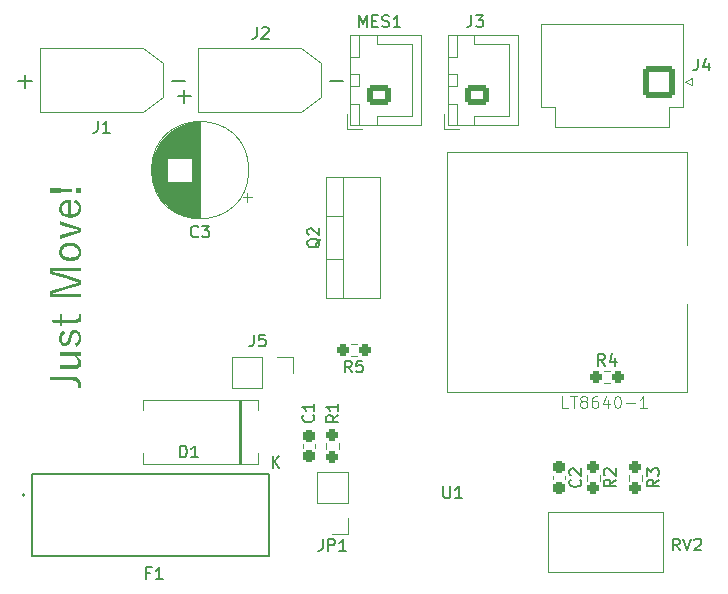
<source format=gbr>
%TF.GenerationSoftware,KiCad,Pcbnew,8.0.5*%
%TF.CreationDate,2024-09-27T00:24:26+09:00*%
%TF.ProjectId,____,fb90fa7f-2e6b-4696-9361-645f70636258,rev?*%
%TF.SameCoordinates,Original*%
%TF.FileFunction,Legend,Top*%
%TF.FilePolarity,Positive*%
%FSLAX46Y46*%
G04 Gerber Fmt 4.6, Leading zero omitted, Abs format (unit mm)*
G04 Created by KiCad (PCBNEW 8.0.5) date 2024-09-27 00:24:26*
%MOMM*%
%LPD*%
G01*
G04 APERTURE LIST*
G04 Aperture macros list*
%AMRoundRect*
0 Rectangle with rounded corners*
0 $1 Rounding radius*
0 $2 $3 $4 $5 $6 $7 $8 $9 X,Y pos of 4 corners*
0 Add a 4 corners polygon primitive as box body*
4,1,4,$2,$3,$4,$5,$6,$7,$8,$9,$2,$3,0*
0 Add four circle primitives for the rounded corners*
1,1,$1+$1,$2,$3*
1,1,$1+$1,$4,$5*
1,1,$1+$1,$6,$7*
1,1,$1+$1,$8,$9*
0 Add four rect primitives between the rounded corners*
20,1,$1+$1,$2,$3,$4,$5,0*
20,1,$1+$1,$4,$5,$6,$7,0*
20,1,$1+$1,$6,$7,$8,$9,0*
20,1,$1+$1,$8,$9,$2,$3,0*%
%AMOutline4P*
0 Free polygon, 4 corners , with rotation*
0 The origin of the aperture is its center*
0 number of corners: always 4*
0 $1 to $8 corner X, Y*
0 $9 Rotation angle, in degrees counterclockwise*
0 create outline with 4 corners*
4,1,4,$1,$2,$3,$4,$5,$6,$7,$8,$1,$2,$9*%
G04 Aperture macros list end*
%ADD10C,0.150000*%
%ADD11C,0.100000*%
%ADD12C,0.120000*%
%ADD13C,0.152400*%
%ADD14R,1.700000X1.700000*%
%ADD15O,1.700000X1.700000*%
%ADD16RoundRect,0.250001X1.099999X1.099999X-1.099999X1.099999X-1.099999X-1.099999X1.099999X-1.099999X0*%
%ADD17C,2.700000*%
%ADD18R,1.600000X1.600000*%
%ADD19C,1.600000*%
%ADD20RoundRect,0.237500X-0.237500X0.250000X-0.237500X-0.250000X0.237500X-0.250000X0.237500X0.250000X0*%
%ADD21C,5.600000*%
%ADD22R,3.800000X3.800000*%
%ADD23C,3.800000*%
%ADD24R,3.200000X3.200000*%
%ADD25O,3.200000X3.200000*%
%ADD26R,2.000000X1.905000*%
%ADD27O,2.000000X1.905000*%
%ADD28Outline4P,-1.500000X-0.600000X1.500000X-0.600000X1.500000X0.600000X-1.500000X0.600000X0.000000*%
%ADD29Outline4P,-2.035000X-0.885000X2.035000X-0.885000X2.035000X0.885000X-2.035000X0.885000X0.000000*%
%ADD30Outline4P,-0.600000X-1.500000X0.600000X-1.500000X0.600000X1.500000X-0.600000X1.500000X0.000000*%
%ADD31Outline4P,-0.885000X-2.035000X0.885000X-2.035000X0.885000X2.035000X-0.885000X2.035000X0.000000*%
%ADD32Outline4P,-0.750000X-0.600000X0.750000X-0.600000X0.750000X0.600000X-0.750000X0.600000X0.000000*%
%ADD33Outline4P,-0.500000X-0.600000X0.500000X-0.600000X0.500000X0.600000X-0.500000X0.600000X0.000000*%
%ADD34RoundRect,0.250000X0.750000X-0.600000X0.750000X0.600000X-0.750000X0.600000X-0.750000X-0.600000X0*%
%ADD35O,2.000000X1.700000*%
%ADD36R,2.108200X2.108200*%
%ADD37C,2.108200*%
%ADD38RoundRect,0.237500X-0.250000X-0.237500X0.250000X-0.237500X0.250000X0.237500X-0.250000X0.237500X0*%
%ADD39C,4.000000*%
%ADD40RoundRect,0.237500X-0.237500X0.300000X-0.237500X-0.300000X0.237500X-0.300000X0.237500X0.300000X0*%
%ADD41C,1.440000*%
%ADD42RoundRect,0.237500X0.237500X-0.250000X0.237500X0.250000X-0.237500X0.250000X-0.237500X-0.250000X0*%
%ADD43RoundRect,0.237500X0.250000X0.237500X-0.250000X0.237500X-0.250000X-0.237500X0.250000X-0.237500X0*%
%ADD44C,1.524000*%
%ADD45R,1.524000X1.524000*%
G04 APERTURE END LIST*
D10*
G36*
X33747637Y-117838242D02*
G01*
X35678377Y-117838242D01*
X35810254Y-117846442D01*
X35947289Y-117876737D01*
X36066208Y-117929356D01*
X36167012Y-118004297D01*
X36227923Y-118071494D01*
X36294631Y-118180839D01*
X36339507Y-118305545D01*
X36361069Y-118429288D01*
X36365921Y-118530060D01*
X36360912Y-118656093D01*
X36353098Y-118774302D01*
X36115572Y-118787736D01*
X36121765Y-118662320D01*
X36123510Y-118545935D01*
X36104791Y-118416248D01*
X36042264Y-118300366D01*
X35990397Y-118248570D01*
X35882835Y-118184570D01*
X35761003Y-118151853D01*
X35644794Y-118143545D01*
X33747637Y-118143545D01*
X33747637Y-117838242D01*
G37*
G36*
X34529214Y-115761567D02*
G01*
X36326842Y-115761567D01*
X36326842Y-116036340D01*
X36014211Y-116036340D01*
X36115021Y-116115576D01*
X36200685Y-116206738D01*
X36271203Y-116309825D01*
X36283489Y-116331874D01*
X36333721Y-116453232D01*
X36360769Y-116577338D01*
X36365921Y-116661602D01*
X36354377Y-116786994D01*
X36314473Y-116907851D01*
X36246066Y-117009269D01*
X36219986Y-117035904D01*
X36115897Y-117109256D01*
X35990018Y-117152160D01*
X35856674Y-117164742D01*
X34529214Y-117164742D01*
X34529214Y-116872872D01*
X35767526Y-116872872D01*
X35903141Y-116858087D01*
X36017344Y-116804983D01*
X36093819Y-116699078D01*
X36115572Y-116563905D01*
X36093950Y-116433907D01*
X36040999Y-116321365D01*
X36002609Y-116264707D01*
X35920750Y-116172229D01*
X35824465Y-116092630D01*
X35752260Y-116046720D01*
X34529214Y-116046720D01*
X34529214Y-115761567D01*
G37*
G36*
X34912676Y-113910817D02*
G01*
X34998161Y-114185590D01*
X34879438Y-114235328D01*
X34779460Y-114316501D01*
X34717569Y-114423624D01*
X34693765Y-114556698D01*
X34693468Y-114575157D01*
X34704974Y-114700895D01*
X34747483Y-114816984D01*
X34775289Y-114856647D01*
X34878043Y-114929061D01*
X34954808Y-114940911D01*
X35075708Y-114919540D01*
X35159972Y-114855426D01*
X35218437Y-114744906D01*
X35258880Y-114621144D01*
X35271713Y-114572104D01*
X35306517Y-114427390D01*
X35343404Y-114293724D01*
X35391498Y-114164934D01*
X35453177Y-114050608D01*
X35514734Y-113976152D01*
X35622725Y-113904990D01*
X35749422Y-113871502D01*
X35835303Y-113866242D01*
X35968804Y-113881553D01*
X36084917Y-113927487D01*
X36183642Y-114004042D01*
X36230976Y-114059805D01*
X36296208Y-114173524D01*
X36336270Y-114291963D01*
X36359463Y-114426736D01*
X36365921Y-114558060D01*
X36358965Y-114690238D01*
X36330710Y-114838232D01*
X36280719Y-114967086D01*
X36208994Y-115076798D01*
X36115534Y-115167370D01*
X36000338Y-115238800D01*
X35920788Y-115272471D01*
X35818817Y-114994034D01*
X35935645Y-114946657D01*
X36041395Y-114870601D01*
X36114246Y-114772164D01*
X36154196Y-114651345D01*
X36162588Y-114551344D01*
X36152750Y-114424201D01*
X36114968Y-114301698D01*
X36061838Y-114224669D01*
X35954762Y-114157371D01*
X35863391Y-114144069D01*
X35738893Y-114162986D01*
X35644183Y-114230164D01*
X35584496Y-114345416D01*
X35542930Y-114469104D01*
X35523893Y-114537300D01*
X35492752Y-114682013D01*
X35455390Y-114810541D01*
X35406895Y-114933960D01*
X35344947Y-115042882D01*
X35283314Y-115113102D01*
X35169830Y-115178635D01*
X35046697Y-115205597D01*
X34976179Y-115208967D01*
X34854372Y-115194719D01*
X34737044Y-115145465D01*
X34638679Y-115061029D01*
X34612868Y-115028838D01*
X34548146Y-114911034D01*
X34510391Y-114785637D01*
X34493132Y-114658764D01*
X34490136Y-114572104D01*
X34500451Y-114423296D01*
X34531399Y-114291332D01*
X34582979Y-114176214D01*
X34672108Y-114060309D01*
X34769078Y-113982251D01*
X34886680Y-113921038D01*
X34912676Y-113910817D01*
G37*
G36*
X33903953Y-112983915D02*
G01*
X34529214Y-112983915D01*
X34529214Y-112554658D01*
X34747812Y-112554658D01*
X34747812Y-112983915D01*
X35855453Y-112983915D01*
X35983146Y-112968383D01*
X36091458Y-112905283D01*
X36142763Y-112793644D01*
X36147323Y-112735398D01*
X36142843Y-112607641D01*
X36131448Y-112510084D01*
X36347602Y-112524128D01*
X36360751Y-112645692D01*
X36365760Y-112772951D01*
X36365921Y-112801954D01*
X36354725Y-112935644D01*
X36311735Y-113066161D01*
X36236501Y-113164049D01*
X36129025Y-113229308D01*
X35989305Y-113261937D01*
X35907355Y-113266016D01*
X34747812Y-113266016D01*
X34747812Y-113557886D01*
X34529214Y-113557886D01*
X34529214Y-113266016D01*
X33966235Y-113266016D01*
X33903953Y-112983915D01*
G37*
G36*
X33747637Y-108586933D02*
G01*
X36326842Y-108586933D01*
X36326842Y-108878803D01*
X34812536Y-108878803D01*
X33997986Y-108871476D01*
X33997986Y-108931926D01*
X34116444Y-108964079D01*
X34256788Y-109002820D01*
X34388546Y-109039951D01*
X34511717Y-109075473D01*
X34648187Y-109115973D01*
X34772293Y-109154155D01*
X34791775Y-109160293D01*
X36326842Y-109648168D01*
X36326842Y-110039568D01*
X34795439Y-110517062D01*
X34670925Y-110556037D01*
X34553057Y-110591575D01*
X34420795Y-110630398D01*
X34373510Y-110644069D01*
X34241962Y-110681735D01*
X34123987Y-110715626D01*
X34003640Y-110750488D01*
X33997986Y-110752146D01*
X33997986Y-110812596D01*
X34117665Y-110813817D01*
X34817421Y-110805269D01*
X36326842Y-110805269D01*
X36326842Y-111080042D01*
X33747637Y-111080042D01*
X33747637Y-110566521D01*
X35282093Y-110103071D01*
X35406409Y-110065916D01*
X35529429Y-110029213D01*
X35664164Y-109989047D01*
X35701580Y-109977896D01*
X35826280Y-109941161D01*
X35947161Y-109905217D01*
X36067661Y-109868852D01*
X36076493Y-109866155D01*
X36076493Y-109805705D01*
X35956216Y-109768593D01*
X35824253Y-109728035D01*
X35678503Y-109683283D01*
X35538484Y-109640312D01*
X35419807Y-109603901D01*
X35289420Y-109563905D01*
X33747637Y-109093127D01*
X33747637Y-108586933D01*
G37*
G36*
X35562128Y-106486287D02*
G01*
X35691333Y-106504131D01*
X35810760Y-106533871D01*
X35941162Y-106585262D01*
X36057483Y-106653784D01*
X36143660Y-106723971D01*
X36230263Y-106820233D01*
X36295596Y-106927365D01*
X36339657Y-107045366D01*
X36362448Y-107174236D01*
X36365921Y-107252757D01*
X36355939Y-107386394D01*
X36325993Y-107508868D01*
X36265823Y-107637647D01*
X36192622Y-107735935D01*
X36099457Y-107823061D01*
X36081988Y-107836497D01*
X35965361Y-107909539D01*
X35834533Y-107964641D01*
X35711092Y-107997592D01*
X35577219Y-108017363D01*
X35432913Y-108023953D01*
X35293928Y-108018005D01*
X35164723Y-108000161D01*
X35045297Y-107970421D01*
X34914894Y-107919030D01*
X34798573Y-107850508D01*
X34712397Y-107780321D01*
X34625793Y-107683762D01*
X34560460Y-107576276D01*
X34516399Y-107457862D01*
X34493608Y-107328520D01*
X34490136Y-107249704D01*
X34708733Y-107249704D01*
X34725445Y-107377521D01*
X34783214Y-107497902D01*
X34870487Y-107586768D01*
X34920003Y-107620342D01*
X35034844Y-107674358D01*
X35155010Y-107707531D01*
X35292196Y-107726736D01*
X35426196Y-107732083D01*
X35558374Y-107727017D01*
X35696519Y-107708301D01*
X35817366Y-107675793D01*
X35934298Y-107621754D01*
X35984291Y-107587980D01*
X36077111Y-107492444D01*
X36131402Y-107376273D01*
X36147323Y-107252757D01*
X36130756Y-107125921D01*
X36073488Y-107006519D01*
X35986972Y-106918430D01*
X35937885Y-106885171D01*
X35821869Y-106830565D01*
X35700415Y-106797030D01*
X35561712Y-106777614D01*
X35426196Y-106772209D01*
X35294892Y-106777275D01*
X35157657Y-106795992D01*
X35037602Y-106828499D01*
X34921434Y-106882538D01*
X34871765Y-106916312D01*
X34778945Y-107011356D01*
X34724654Y-107126890D01*
X34708733Y-107249704D01*
X34490136Y-107249704D01*
X34500053Y-107117913D01*
X34529806Y-106996855D01*
X34589587Y-106869187D01*
X34676366Y-106756128D01*
X34772236Y-106670848D01*
X34889578Y-106596616D01*
X35020944Y-106540617D01*
X35144706Y-106507129D01*
X35278773Y-106487036D01*
X35423143Y-106480339D01*
X35562128Y-106486287D01*
G37*
G36*
X34529214Y-104664393D02*
G01*
X36326842Y-105241417D01*
X36326842Y-105596790D01*
X34529214Y-106173814D01*
X34529214Y-105864847D01*
X35512292Y-105590073D01*
X35641314Y-105556051D01*
X35771227Y-105522287D01*
X35889926Y-105491550D01*
X36030211Y-105455299D01*
X36092369Y-105439254D01*
X36092369Y-105385520D01*
X35971807Y-105351934D01*
X35842706Y-105317916D01*
X35780348Y-105301867D01*
X35657330Y-105270583D01*
X35534952Y-105237515D01*
X35501912Y-105227983D01*
X34529214Y-104953210D01*
X34529214Y-104664393D01*
G37*
G36*
X35475045Y-104079431D02*
G01*
X35616216Y-104071630D01*
X35742135Y-104048226D01*
X35867367Y-104002373D01*
X35972678Y-103936142D01*
X35995893Y-103916399D01*
X36075749Y-103821827D01*
X36126028Y-103709842D01*
X36146732Y-103580446D01*
X36147323Y-103552478D01*
X36134400Y-103428143D01*
X36086657Y-103305659D01*
X36003735Y-103207484D01*
X35885634Y-103133620D01*
X35779738Y-103095743D01*
X35868276Y-102831351D01*
X35984911Y-102881277D01*
X36108837Y-102960027D01*
X36208463Y-103056934D01*
X36283790Y-103171998D01*
X36334818Y-103305220D01*
X36361547Y-103456598D01*
X36365921Y-103556141D01*
X36356046Y-103697377D01*
X36326422Y-103826163D01*
X36277049Y-103942498D01*
X36207926Y-104046382D01*
X36119054Y-104137816D01*
X36085041Y-104165527D01*
X35969102Y-104240473D01*
X35838203Y-104297010D01*
X35714098Y-104330820D01*
X35579001Y-104351106D01*
X35432913Y-104357868D01*
X35296272Y-104351786D01*
X35168754Y-104333539D01*
X35050359Y-104303128D01*
X34920329Y-104250578D01*
X34803435Y-104180511D01*
X34716060Y-104108741D01*
X34628029Y-104010600D01*
X34561620Y-103902642D01*
X34516832Y-103784866D01*
X34493666Y-103657273D01*
X34490136Y-103579955D01*
X34490409Y-103576291D01*
X34708733Y-103576291D01*
X34725608Y-103707560D01*
X34776234Y-103822013D01*
X34860610Y-103919650D01*
X34881535Y-103937160D01*
X34995410Y-104006623D01*
X35117341Y-104048983D01*
X35242067Y-104070182D01*
X35271713Y-104072715D01*
X35271713Y-103098796D01*
X35135624Y-103117496D01*
X35017395Y-103151003D01*
X34905736Y-103206398D01*
X34834518Y-103262439D01*
X34757868Y-103363533D01*
X34716594Y-103484547D01*
X34708733Y-103576291D01*
X34490409Y-103576291D01*
X34499817Y-103449953D01*
X34528861Y-103330598D01*
X34587219Y-103204808D01*
X34671932Y-103093511D01*
X34765519Y-103009648D01*
X34881166Y-102936130D01*
X35011189Y-102880669D01*
X35134078Y-102847503D01*
X35267529Y-102827603D01*
X35411542Y-102820970D01*
X35475045Y-102820970D01*
X35475045Y-104079431D01*
G37*
G36*
X33747637Y-101861706D02*
G01*
X35584344Y-101938643D01*
X35584344Y-102163957D01*
X33747637Y-102234177D01*
X33747637Y-101861706D01*
G37*
G36*
X35943991Y-101858043D02*
G01*
X36326842Y-101858043D01*
X36326842Y-102240893D01*
X35943991Y-102240893D01*
X35943991Y-101858043D01*
G37*
X50974666Y-114262819D02*
X50974666Y-114977104D01*
X50974666Y-114977104D02*
X50927047Y-115119961D01*
X50927047Y-115119961D02*
X50831809Y-115215200D01*
X50831809Y-115215200D02*
X50688952Y-115262819D01*
X50688952Y-115262819D02*
X50593714Y-115262819D01*
X51927047Y-114262819D02*
X51450857Y-114262819D01*
X51450857Y-114262819D02*
X51403238Y-114739009D01*
X51403238Y-114739009D02*
X51450857Y-114691390D01*
X51450857Y-114691390D02*
X51546095Y-114643771D01*
X51546095Y-114643771D02*
X51784190Y-114643771D01*
X51784190Y-114643771D02*
X51879428Y-114691390D01*
X51879428Y-114691390D02*
X51927047Y-114739009D01*
X51927047Y-114739009D02*
X51974666Y-114834247D01*
X51974666Y-114834247D02*
X51974666Y-115072342D01*
X51974666Y-115072342D02*
X51927047Y-115167580D01*
X51927047Y-115167580D02*
X51879428Y-115215200D01*
X51879428Y-115215200D02*
X51784190Y-115262819D01*
X51784190Y-115262819D02*
X51546095Y-115262819D01*
X51546095Y-115262819D02*
X51450857Y-115215200D01*
X51450857Y-115215200D02*
X51403238Y-115167580D01*
X88566666Y-90894819D02*
X88566666Y-91609104D01*
X88566666Y-91609104D02*
X88519047Y-91751961D01*
X88519047Y-91751961D02*
X88423809Y-91847200D01*
X88423809Y-91847200D02*
X88280952Y-91894819D01*
X88280952Y-91894819D02*
X88185714Y-91894819D01*
X89471428Y-91228152D02*
X89471428Y-91894819D01*
X89233333Y-90847200D02*
X88995238Y-91561485D01*
X88995238Y-91561485D02*
X89614285Y-91561485D01*
X46261933Y-105939580D02*
X46214314Y-105987200D01*
X46214314Y-105987200D02*
X46071457Y-106034819D01*
X46071457Y-106034819D02*
X45976219Y-106034819D01*
X45976219Y-106034819D02*
X45833362Y-105987200D01*
X45833362Y-105987200D02*
X45738124Y-105891961D01*
X45738124Y-105891961D02*
X45690505Y-105796723D01*
X45690505Y-105796723D02*
X45642886Y-105606247D01*
X45642886Y-105606247D02*
X45642886Y-105463390D01*
X45642886Y-105463390D02*
X45690505Y-105272914D01*
X45690505Y-105272914D02*
X45738124Y-105177676D01*
X45738124Y-105177676D02*
X45833362Y-105082438D01*
X45833362Y-105082438D02*
X45976219Y-105034819D01*
X45976219Y-105034819D02*
X46071457Y-105034819D01*
X46071457Y-105034819D02*
X46214314Y-105082438D01*
X46214314Y-105082438D02*
X46261933Y-105130057D01*
X46595267Y-105034819D02*
X47214314Y-105034819D01*
X47214314Y-105034819D02*
X46880981Y-105415771D01*
X46880981Y-105415771D02*
X47023838Y-105415771D01*
X47023838Y-105415771D02*
X47119076Y-105463390D01*
X47119076Y-105463390D02*
X47166695Y-105511009D01*
X47166695Y-105511009D02*
X47214314Y-105606247D01*
X47214314Y-105606247D02*
X47214314Y-105844342D01*
X47214314Y-105844342D02*
X47166695Y-105939580D01*
X47166695Y-105939580D02*
X47119076Y-105987200D01*
X47119076Y-105987200D02*
X47023838Y-106034819D01*
X47023838Y-106034819D02*
X46738124Y-106034819D01*
X46738124Y-106034819D02*
X46642886Y-105987200D01*
X46642886Y-105987200D02*
X46595267Y-105939580D01*
X58112819Y-121070666D02*
X57636628Y-121403999D01*
X58112819Y-121642094D02*
X57112819Y-121642094D01*
X57112819Y-121642094D02*
X57112819Y-121261142D01*
X57112819Y-121261142D02*
X57160438Y-121165904D01*
X57160438Y-121165904D02*
X57208057Y-121118285D01*
X57208057Y-121118285D02*
X57303295Y-121070666D01*
X57303295Y-121070666D02*
X57446152Y-121070666D01*
X57446152Y-121070666D02*
X57541390Y-121118285D01*
X57541390Y-121118285D02*
X57589009Y-121165904D01*
X57589009Y-121165904D02*
X57636628Y-121261142D01*
X57636628Y-121261142D02*
X57636628Y-121642094D01*
X58112819Y-120118285D02*
X58112819Y-120689713D01*
X58112819Y-120403999D02*
X57112819Y-120403999D01*
X57112819Y-120403999D02*
X57255676Y-120499237D01*
X57255676Y-120499237D02*
X57350914Y-120594475D01*
X57350914Y-120594475D02*
X57398533Y-120689713D01*
X81612819Y-126537666D02*
X81136628Y-126870999D01*
X81612819Y-127109094D02*
X80612819Y-127109094D01*
X80612819Y-127109094D02*
X80612819Y-126728142D01*
X80612819Y-126728142D02*
X80660438Y-126632904D01*
X80660438Y-126632904D02*
X80708057Y-126585285D01*
X80708057Y-126585285D02*
X80803295Y-126537666D01*
X80803295Y-126537666D02*
X80946152Y-126537666D01*
X80946152Y-126537666D02*
X81041390Y-126585285D01*
X81041390Y-126585285D02*
X81089009Y-126632904D01*
X81089009Y-126632904D02*
X81136628Y-126728142D01*
X81136628Y-126728142D02*
X81136628Y-127109094D01*
X80708057Y-126156713D02*
X80660438Y-126109094D01*
X80660438Y-126109094D02*
X80612819Y-126013856D01*
X80612819Y-126013856D02*
X80612819Y-125775761D01*
X80612819Y-125775761D02*
X80660438Y-125680523D01*
X80660438Y-125680523D02*
X80708057Y-125632904D01*
X80708057Y-125632904D02*
X80803295Y-125585285D01*
X80803295Y-125585285D02*
X80898533Y-125585285D01*
X80898533Y-125585285D02*
X81041390Y-125632904D01*
X81041390Y-125632904D02*
X81612819Y-126204332D01*
X81612819Y-126204332D02*
X81612819Y-125585285D01*
X37766666Y-96164819D02*
X37766666Y-96879104D01*
X37766666Y-96879104D02*
X37719047Y-97021961D01*
X37719047Y-97021961D02*
X37623809Y-97117200D01*
X37623809Y-97117200D02*
X37480952Y-97164819D01*
X37480952Y-97164819D02*
X37385714Y-97164819D01*
X38766666Y-97164819D02*
X38195238Y-97164819D01*
X38480952Y-97164819D02*
X38480952Y-96164819D01*
X38480952Y-96164819D02*
X38385714Y-96307676D01*
X38385714Y-96307676D02*
X38290476Y-96402914D01*
X38290476Y-96402914D02*
X38195238Y-96450533D01*
X44028571Y-92824700D02*
X45171429Y-92824700D01*
X31028571Y-92824700D02*
X32171429Y-92824700D01*
X31600000Y-93396128D02*
X31600000Y-92253271D01*
X44727905Y-124660819D02*
X44727905Y-123660819D01*
X44727905Y-123660819D02*
X44966000Y-123660819D01*
X44966000Y-123660819D02*
X45108857Y-123708438D01*
X45108857Y-123708438D02*
X45204095Y-123803676D01*
X45204095Y-123803676D02*
X45251714Y-123898914D01*
X45251714Y-123898914D02*
X45299333Y-124089390D01*
X45299333Y-124089390D02*
X45299333Y-124232247D01*
X45299333Y-124232247D02*
X45251714Y-124422723D01*
X45251714Y-124422723D02*
X45204095Y-124517961D01*
X45204095Y-124517961D02*
X45108857Y-124613200D01*
X45108857Y-124613200D02*
X44966000Y-124660819D01*
X44966000Y-124660819D02*
X44727905Y-124660819D01*
X46251714Y-124660819D02*
X45680286Y-124660819D01*
X45966000Y-124660819D02*
X45966000Y-123660819D01*
X45966000Y-123660819D02*
X45870762Y-123803676D01*
X45870762Y-123803676D02*
X45775524Y-123898914D01*
X45775524Y-123898914D02*
X45680286Y-123946533D01*
X52570095Y-125533619D02*
X52570095Y-124533619D01*
X53141523Y-125533619D02*
X52712952Y-124962190D01*
X53141523Y-124533619D02*
X52570095Y-125105047D01*
X56605057Y-106140238D02*
X56557438Y-106235476D01*
X56557438Y-106235476D02*
X56462200Y-106330714D01*
X56462200Y-106330714D02*
X56319342Y-106473571D01*
X56319342Y-106473571D02*
X56271723Y-106568809D01*
X56271723Y-106568809D02*
X56271723Y-106664047D01*
X56509819Y-106616428D02*
X56462200Y-106711666D01*
X56462200Y-106711666D02*
X56366961Y-106806904D01*
X56366961Y-106806904D02*
X56176485Y-106854523D01*
X56176485Y-106854523D02*
X55843152Y-106854523D01*
X55843152Y-106854523D02*
X55652676Y-106806904D01*
X55652676Y-106806904D02*
X55557438Y-106711666D01*
X55557438Y-106711666D02*
X55509819Y-106616428D01*
X55509819Y-106616428D02*
X55509819Y-106425952D01*
X55509819Y-106425952D02*
X55557438Y-106330714D01*
X55557438Y-106330714D02*
X55652676Y-106235476D01*
X55652676Y-106235476D02*
X55843152Y-106187857D01*
X55843152Y-106187857D02*
X56176485Y-106187857D01*
X56176485Y-106187857D02*
X56366961Y-106235476D01*
X56366961Y-106235476D02*
X56462200Y-106330714D01*
X56462200Y-106330714D02*
X56509819Y-106425952D01*
X56509819Y-106425952D02*
X56509819Y-106616428D01*
X55605057Y-105806904D02*
X55557438Y-105759285D01*
X55557438Y-105759285D02*
X55509819Y-105664047D01*
X55509819Y-105664047D02*
X55509819Y-105425952D01*
X55509819Y-105425952D02*
X55557438Y-105330714D01*
X55557438Y-105330714D02*
X55605057Y-105283095D01*
X55605057Y-105283095D02*
X55700295Y-105235476D01*
X55700295Y-105235476D02*
X55795533Y-105235476D01*
X55795533Y-105235476D02*
X55938390Y-105283095D01*
X55938390Y-105283095D02*
X56509819Y-105854523D01*
X56509819Y-105854523D02*
X56509819Y-105235476D01*
X67024095Y-127099819D02*
X67024095Y-127909342D01*
X67024095Y-127909342D02*
X67071714Y-128004580D01*
X67071714Y-128004580D02*
X67119333Y-128052200D01*
X67119333Y-128052200D02*
X67214571Y-128099819D01*
X67214571Y-128099819D02*
X67405047Y-128099819D01*
X67405047Y-128099819D02*
X67500285Y-128052200D01*
X67500285Y-128052200D02*
X67547904Y-128004580D01*
X67547904Y-128004580D02*
X67595523Y-127909342D01*
X67595523Y-127909342D02*
X67595523Y-127099819D01*
X68595523Y-128099819D02*
X68024095Y-128099819D01*
X68309809Y-128099819D02*
X68309809Y-127099819D01*
X68309809Y-127099819D02*
X68214571Y-127242676D01*
X68214571Y-127242676D02*
X68119333Y-127337914D01*
X68119333Y-127337914D02*
X68024095Y-127385533D01*
X59856905Y-88211819D02*
X59856905Y-87211819D01*
X59856905Y-87211819D02*
X60190238Y-87926104D01*
X60190238Y-87926104D02*
X60523571Y-87211819D01*
X60523571Y-87211819D02*
X60523571Y-88211819D01*
X60999762Y-87688009D02*
X61333095Y-87688009D01*
X61475952Y-88211819D02*
X60999762Y-88211819D01*
X60999762Y-88211819D02*
X60999762Y-87211819D01*
X60999762Y-87211819D02*
X61475952Y-87211819D01*
X61856905Y-88164200D02*
X61999762Y-88211819D01*
X61999762Y-88211819D02*
X62237857Y-88211819D01*
X62237857Y-88211819D02*
X62333095Y-88164200D01*
X62333095Y-88164200D02*
X62380714Y-88116580D01*
X62380714Y-88116580D02*
X62428333Y-88021342D01*
X62428333Y-88021342D02*
X62428333Y-87926104D01*
X62428333Y-87926104D02*
X62380714Y-87830866D01*
X62380714Y-87830866D02*
X62333095Y-87783247D01*
X62333095Y-87783247D02*
X62237857Y-87735628D01*
X62237857Y-87735628D02*
X62047381Y-87688009D01*
X62047381Y-87688009D02*
X61952143Y-87640390D01*
X61952143Y-87640390D02*
X61904524Y-87592771D01*
X61904524Y-87592771D02*
X61856905Y-87497533D01*
X61856905Y-87497533D02*
X61856905Y-87402295D01*
X61856905Y-87402295D02*
X61904524Y-87307057D01*
X61904524Y-87307057D02*
X61952143Y-87259438D01*
X61952143Y-87259438D02*
X62047381Y-87211819D01*
X62047381Y-87211819D02*
X62285476Y-87211819D01*
X62285476Y-87211819D02*
X62428333Y-87259438D01*
X63380714Y-88211819D02*
X62809286Y-88211819D01*
X63095000Y-88211819D02*
X63095000Y-87211819D01*
X63095000Y-87211819D02*
X62999762Y-87354676D01*
X62999762Y-87354676D02*
X62904524Y-87449914D01*
X62904524Y-87449914D02*
X62809286Y-87497533D01*
X42211666Y-134424009D02*
X41878333Y-134424009D01*
X41878333Y-134947819D02*
X41878333Y-133947819D01*
X41878333Y-133947819D02*
X42354523Y-133947819D01*
X43259285Y-134947819D02*
X42687857Y-134947819D01*
X42973571Y-134947819D02*
X42973571Y-133947819D01*
X42973571Y-133947819D02*
X42878333Y-134090676D01*
X42878333Y-134090676D02*
X42783095Y-134185914D01*
X42783095Y-134185914D02*
X42687857Y-134233533D01*
X80708833Y-116880819D02*
X80375500Y-116404628D01*
X80137405Y-116880819D02*
X80137405Y-115880819D01*
X80137405Y-115880819D02*
X80518357Y-115880819D01*
X80518357Y-115880819D02*
X80613595Y-115928438D01*
X80613595Y-115928438D02*
X80661214Y-115976057D01*
X80661214Y-115976057D02*
X80708833Y-116071295D01*
X80708833Y-116071295D02*
X80708833Y-116214152D01*
X80708833Y-116214152D02*
X80661214Y-116309390D01*
X80661214Y-116309390D02*
X80613595Y-116357009D01*
X80613595Y-116357009D02*
X80518357Y-116404628D01*
X80518357Y-116404628D02*
X80137405Y-116404628D01*
X81565976Y-116214152D02*
X81565976Y-116880819D01*
X81327881Y-115833200D02*
X81089786Y-116547485D01*
X81089786Y-116547485D02*
X81708833Y-116547485D01*
X69389666Y-87211819D02*
X69389666Y-87926104D01*
X69389666Y-87926104D02*
X69342047Y-88068961D01*
X69342047Y-88068961D02*
X69246809Y-88164200D01*
X69246809Y-88164200D02*
X69103952Y-88211819D01*
X69103952Y-88211819D02*
X69008714Y-88211819D01*
X69770619Y-87211819D02*
X70389666Y-87211819D01*
X70389666Y-87211819D02*
X70056333Y-87592771D01*
X70056333Y-87592771D02*
X70199190Y-87592771D01*
X70199190Y-87592771D02*
X70294428Y-87640390D01*
X70294428Y-87640390D02*
X70342047Y-87688009D01*
X70342047Y-87688009D02*
X70389666Y-87783247D01*
X70389666Y-87783247D02*
X70389666Y-88021342D01*
X70389666Y-88021342D02*
X70342047Y-88116580D01*
X70342047Y-88116580D02*
X70294428Y-88164200D01*
X70294428Y-88164200D02*
X70199190Y-88211819D01*
X70199190Y-88211819D02*
X69913476Y-88211819D01*
X69913476Y-88211819D02*
X69818238Y-88164200D01*
X69818238Y-88164200D02*
X69770619Y-88116580D01*
X51228666Y-88227819D02*
X51228666Y-88942104D01*
X51228666Y-88942104D02*
X51181047Y-89084961D01*
X51181047Y-89084961D02*
X51085809Y-89180200D01*
X51085809Y-89180200D02*
X50942952Y-89227819D01*
X50942952Y-89227819D02*
X50847714Y-89227819D01*
X51657238Y-88323057D02*
X51704857Y-88275438D01*
X51704857Y-88275438D02*
X51800095Y-88227819D01*
X51800095Y-88227819D02*
X52038190Y-88227819D01*
X52038190Y-88227819D02*
X52133428Y-88275438D01*
X52133428Y-88275438D02*
X52181047Y-88323057D01*
X52181047Y-88323057D02*
X52228666Y-88418295D01*
X52228666Y-88418295D02*
X52228666Y-88513533D01*
X52228666Y-88513533D02*
X52181047Y-88656390D01*
X52181047Y-88656390D02*
X51609619Y-89227819D01*
X51609619Y-89227819D02*
X52228666Y-89227819D01*
X57403571Y-92824700D02*
X58546429Y-92824700D01*
X44513571Y-94094700D02*
X45656429Y-94094700D01*
X45085000Y-94666128D02*
X45085000Y-93523271D01*
X78596580Y-126537666D02*
X78644200Y-126585285D01*
X78644200Y-126585285D02*
X78691819Y-126728142D01*
X78691819Y-126728142D02*
X78691819Y-126823380D01*
X78691819Y-126823380D02*
X78644200Y-126966237D01*
X78644200Y-126966237D02*
X78548961Y-127061475D01*
X78548961Y-127061475D02*
X78453723Y-127109094D01*
X78453723Y-127109094D02*
X78263247Y-127156713D01*
X78263247Y-127156713D02*
X78120390Y-127156713D01*
X78120390Y-127156713D02*
X77929914Y-127109094D01*
X77929914Y-127109094D02*
X77834676Y-127061475D01*
X77834676Y-127061475D02*
X77739438Y-126966237D01*
X77739438Y-126966237D02*
X77691819Y-126823380D01*
X77691819Y-126823380D02*
X77691819Y-126728142D01*
X77691819Y-126728142D02*
X77739438Y-126585285D01*
X77739438Y-126585285D02*
X77787057Y-126537666D01*
X77787057Y-126156713D02*
X77739438Y-126109094D01*
X77739438Y-126109094D02*
X77691819Y-126013856D01*
X77691819Y-126013856D02*
X77691819Y-125775761D01*
X77691819Y-125775761D02*
X77739438Y-125680523D01*
X77739438Y-125680523D02*
X77787057Y-125632904D01*
X77787057Y-125632904D02*
X77882295Y-125585285D01*
X77882295Y-125585285D02*
X77977533Y-125585285D01*
X77977533Y-125585285D02*
X78120390Y-125632904D01*
X78120390Y-125632904D02*
X78691819Y-126204332D01*
X78691819Y-126204332D02*
X78691819Y-125585285D01*
X87034761Y-132534819D02*
X86701428Y-132058628D01*
X86463333Y-132534819D02*
X86463333Y-131534819D01*
X86463333Y-131534819D02*
X86844285Y-131534819D01*
X86844285Y-131534819D02*
X86939523Y-131582438D01*
X86939523Y-131582438D02*
X86987142Y-131630057D01*
X86987142Y-131630057D02*
X87034761Y-131725295D01*
X87034761Y-131725295D02*
X87034761Y-131868152D01*
X87034761Y-131868152D02*
X86987142Y-131963390D01*
X86987142Y-131963390D02*
X86939523Y-132011009D01*
X86939523Y-132011009D02*
X86844285Y-132058628D01*
X86844285Y-132058628D02*
X86463333Y-132058628D01*
X87320476Y-131534819D02*
X87653809Y-132534819D01*
X87653809Y-132534819D02*
X87987142Y-131534819D01*
X88272857Y-131630057D02*
X88320476Y-131582438D01*
X88320476Y-131582438D02*
X88415714Y-131534819D01*
X88415714Y-131534819D02*
X88653809Y-131534819D01*
X88653809Y-131534819D02*
X88749047Y-131582438D01*
X88749047Y-131582438D02*
X88796666Y-131630057D01*
X88796666Y-131630057D02*
X88844285Y-131725295D01*
X88844285Y-131725295D02*
X88844285Y-131820533D01*
X88844285Y-131820533D02*
X88796666Y-131963390D01*
X88796666Y-131963390D02*
X88225238Y-132534819D01*
X88225238Y-132534819D02*
X88844285Y-132534819D01*
X85262819Y-126537666D02*
X84786628Y-126870999D01*
X85262819Y-127109094D02*
X84262819Y-127109094D01*
X84262819Y-127109094D02*
X84262819Y-126728142D01*
X84262819Y-126728142D02*
X84310438Y-126632904D01*
X84310438Y-126632904D02*
X84358057Y-126585285D01*
X84358057Y-126585285D02*
X84453295Y-126537666D01*
X84453295Y-126537666D02*
X84596152Y-126537666D01*
X84596152Y-126537666D02*
X84691390Y-126585285D01*
X84691390Y-126585285D02*
X84739009Y-126632904D01*
X84739009Y-126632904D02*
X84786628Y-126728142D01*
X84786628Y-126728142D02*
X84786628Y-127109094D01*
X84262819Y-126204332D02*
X84262819Y-125585285D01*
X84262819Y-125585285D02*
X84643771Y-125918618D01*
X84643771Y-125918618D02*
X84643771Y-125775761D01*
X84643771Y-125775761D02*
X84691390Y-125680523D01*
X84691390Y-125680523D02*
X84739009Y-125632904D01*
X84739009Y-125632904D02*
X84834247Y-125585285D01*
X84834247Y-125585285D02*
X85072342Y-125585285D01*
X85072342Y-125585285D02*
X85167580Y-125632904D01*
X85167580Y-125632904D02*
X85215200Y-125680523D01*
X85215200Y-125680523D02*
X85262819Y-125775761D01*
X85262819Y-125775761D02*
X85262819Y-126061475D01*
X85262819Y-126061475D02*
X85215200Y-126156713D01*
X85215200Y-126156713D02*
X85167580Y-126204332D01*
X59269333Y-117454819D02*
X58936000Y-116978628D01*
X58697905Y-117454819D02*
X58697905Y-116454819D01*
X58697905Y-116454819D02*
X59078857Y-116454819D01*
X59078857Y-116454819D02*
X59174095Y-116502438D01*
X59174095Y-116502438D02*
X59221714Y-116550057D01*
X59221714Y-116550057D02*
X59269333Y-116645295D01*
X59269333Y-116645295D02*
X59269333Y-116788152D01*
X59269333Y-116788152D02*
X59221714Y-116883390D01*
X59221714Y-116883390D02*
X59174095Y-116931009D01*
X59174095Y-116931009D02*
X59078857Y-116978628D01*
X59078857Y-116978628D02*
X58697905Y-116978628D01*
X60174095Y-116454819D02*
X59697905Y-116454819D01*
X59697905Y-116454819D02*
X59650286Y-116931009D01*
X59650286Y-116931009D02*
X59697905Y-116883390D01*
X59697905Y-116883390D02*
X59793143Y-116835771D01*
X59793143Y-116835771D02*
X60031238Y-116835771D01*
X60031238Y-116835771D02*
X60126476Y-116883390D01*
X60126476Y-116883390D02*
X60174095Y-116931009D01*
X60174095Y-116931009D02*
X60221714Y-117026247D01*
X60221714Y-117026247D02*
X60221714Y-117264342D01*
X60221714Y-117264342D02*
X60174095Y-117359580D01*
X60174095Y-117359580D02*
X60126476Y-117407200D01*
X60126476Y-117407200D02*
X60031238Y-117454819D01*
X60031238Y-117454819D02*
X59793143Y-117454819D01*
X59793143Y-117454819D02*
X59697905Y-117407200D01*
X59697905Y-117407200D02*
X59650286Y-117359580D01*
X55985580Y-121070666D02*
X56033200Y-121118285D01*
X56033200Y-121118285D02*
X56080819Y-121261142D01*
X56080819Y-121261142D02*
X56080819Y-121356380D01*
X56080819Y-121356380D02*
X56033200Y-121499237D01*
X56033200Y-121499237D02*
X55937961Y-121594475D01*
X55937961Y-121594475D02*
X55842723Y-121642094D01*
X55842723Y-121642094D02*
X55652247Y-121689713D01*
X55652247Y-121689713D02*
X55509390Y-121689713D01*
X55509390Y-121689713D02*
X55318914Y-121642094D01*
X55318914Y-121642094D02*
X55223676Y-121594475D01*
X55223676Y-121594475D02*
X55128438Y-121499237D01*
X55128438Y-121499237D02*
X55080819Y-121356380D01*
X55080819Y-121356380D02*
X55080819Y-121261142D01*
X55080819Y-121261142D02*
X55128438Y-121118285D01*
X55128438Y-121118285D02*
X55176057Y-121070666D01*
X56080819Y-120118285D02*
X56080819Y-120689713D01*
X56080819Y-120403999D02*
X55080819Y-120403999D01*
X55080819Y-120403999D02*
X55223676Y-120499237D01*
X55223676Y-120499237D02*
X55318914Y-120594475D01*
X55318914Y-120594475D02*
X55366533Y-120689713D01*
X56796666Y-131584819D02*
X56796666Y-132299104D01*
X56796666Y-132299104D02*
X56749047Y-132441961D01*
X56749047Y-132441961D02*
X56653809Y-132537200D01*
X56653809Y-132537200D02*
X56510952Y-132584819D01*
X56510952Y-132584819D02*
X56415714Y-132584819D01*
X57272857Y-132584819D02*
X57272857Y-131584819D01*
X57272857Y-131584819D02*
X57653809Y-131584819D01*
X57653809Y-131584819D02*
X57749047Y-131632438D01*
X57749047Y-131632438D02*
X57796666Y-131680057D01*
X57796666Y-131680057D02*
X57844285Y-131775295D01*
X57844285Y-131775295D02*
X57844285Y-131918152D01*
X57844285Y-131918152D02*
X57796666Y-132013390D01*
X57796666Y-132013390D02*
X57749047Y-132061009D01*
X57749047Y-132061009D02*
X57653809Y-132108628D01*
X57653809Y-132108628D02*
X57272857Y-132108628D01*
X58796666Y-132584819D02*
X58225238Y-132584819D01*
X58510952Y-132584819D02*
X58510952Y-131584819D01*
X58510952Y-131584819D02*
X58415714Y-131727676D01*
X58415714Y-131727676D02*
X58320476Y-131822914D01*
X58320476Y-131822914D02*
X58225238Y-131870533D01*
D11*
X77573571Y-120472419D02*
X77097381Y-120472419D01*
X77097381Y-120472419D02*
X77097381Y-119472419D01*
X77764048Y-119472419D02*
X78335476Y-119472419D01*
X78049762Y-120472419D02*
X78049762Y-119472419D01*
X78811667Y-119900990D02*
X78716429Y-119853371D01*
X78716429Y-119853371D02*
X78668810Y-119805752D01*
X78668810Y-119805752D02*
X78621191Y-119710514D01*
X78621191Y-119710514D02*
X78621191Y-119662895D01*
X78621191Y-119662895D02*
X78668810Y-119567657D01*
X78668810Y-119567657D02*
X78716429Y-119520038D01*
X78716429Y-119520038D02*
X78811667Y-119472419D01*
X78811667Y-119472419D02*
X79002143Y-119472419D01*
X79002143Y-119472419D02*
X79097381Y-119520038D01*
X79097381Y-119520038D02*
X79145000Y-119567657D01*
X79145000Y-119567657D02*
X79192619Y-119662895D01*
X79192619Y-119662895D02*
X79192619Y-119710514D01*
X79192619Y-119710514D02*
X79145000Y-119805752D01*
X79145000Y-119805752D02*
X79097381Y-119853371D01*
X79097381Y-119853371D02*
X79002143Y-119900990D01*
X79002143Y-119900990D02*
X78811667Y-119900990D01*
X78811667Y-119900990D02*
X78716429Y-119948609D01*
X78716429Y-119948609D02*
X78668810Y-119996228D01*
X78668810Y-119996228D02*
X78621191Y-120091466D01*
X78621191Y-120091466D02*
X78621191Y-120281942D01*
X78621191Y-120281942D02*
X78668810Y-120377180D01*
X78668810Y-120377180D02*
X78716429Y-120424800D01*
X78716429Y-120424800D02*
X78811667Y-120472419D01*
X78811667Y-120472419D02*
X79002143Y-120472419D01*
X79002143Y-120472419D02*
X79097381Y-120424800D01*
X79097381Y-120424800D02*
X79145000Y-120377180D01*
X79145000Y-120377180D02*
X79192619Y-120281942D01*
X79192619Y-120281942D02*
X79192619Y-120091466D01*
X79192619Y-120091466D02*
X79145000Y-119996228D01*
X79145000Y-119996228D02*
X79097381Y-119948609D01*
X79097381Y-119948609D02*
X79002143Y-119900990D01*
X80049762Y-119472419D02*
X79859286Y-119472419D01*
X79859286Y-119472419D02*
X79764048Y-119520038D01*
X79764048Y-119520038D02*
X79716429Y-119567657D01*
X79716429Y-119567657D02*
X79621191Y-119710514D01*
X79621191Y-119710514D02*
X79573572Y-119900990D01*
X79573572Y-119900990D02*
X79573572Y-120281942D01*
X79573572Y-120281942D02*
X79621191Y-120377180D01*
X79621191Y-120377180D02*
X79668810Y-120424800D01*
X79668810Y-120424800D02*
X79764048Y-120472419D01*
X79764048Y-120472419D02*
X79954524Y-120472419D01*
X79954524Y-120472419D02*
X80049762Y-120424800D01*
X80049762Y-120424800D02*
X80097381Y-120377180D01*
X80097381Y-120377180D02*
X80145000Y-120281942D01*
X80145000Y-120281942D02*
X80145000Y-120043847D01*
X80145000Y-120043847D02*
X80097381Y-119948609D01*
X80097381Y-119948609D02*
X80049762Y-119900990D01*
X80049762Y-119900990D02*
X79954524Y-119853371D01*
X79954524Y-119853371D02*
X79764048Y-119853371D01*
X79764048Y-119853371D02*
X79668810Y-119900990D01*
X79668810Y-119900990D02*
X79621191Y-119948609D01*
X79621191Y-119948609D02*
X79573572Y-120043847D01*
X81002143Y-119805752D02*
X81002143Y-120472419D01*
X80764048Y-119424800D02*
X80525953Y-120139085D01*
X80525953Y-120139085D02*
X81145000Y-120139085D01*
X81716429Y-119472419D02*
X81811667Y-119472419D01*
X81811667Y-119472419D02*
X81906905Y-119520038D01*
X81906905Y-119520038D02*
X81954524Y-119567657D01*
X81954524Y-119567657D02*
X82002143Y-119662895D01*
X82002143Y-119662895D02*
X82049762Y-119853371D01*
X82049762Y-119853371D02*
X82049762Y-120091466D01*
X82049762Y-120091466D02*
X82002143Y-120281942D01*
X82002143Y-120281942D02*
X81954524Y-120377180D01*
X81954524Y-120377180D02*
X81906905Y-120424800D01*
X81906905Y-120424800D02*
X81811667Y-120472419D01*
X81811667Y-120472419D02*
X81716429Y-120472419D01*
X81716429Y-120472419D02*
X81621191Y-120424800D01*
X81621191Y-120424800D02*
X81573572Y-120377180D01*
X81573572Y-120377180D02*
X81525953Y-120281942D01*
X81525953Y-120281942D02*
X81478334Y-120091466D01*
X81478334Y-120091466D02*
X81478334Y-119853371D01*
X81478334Y-119853371D02*
X81525953Y-119662895D01*
X81525953Y-119662895D02*
X81573572Y-119567657D01*
X81573572Y-119567657D02*
X81621191Y-119520038D01*
X81621191Y-119520038D02*
X81716429Y-119472419D01*
X82478334Y-120091466D02*
X83240239Y-120091466D01*
X84240238Y-120472419D02*
X83668810Y-120472419D01*
X83954524Y-120472419D02*
X83954524Y-119472419D01*
X83954524Y-119472419D02*
X83859286Y-119615276D01*
X83859286Y-119615276D02*
X83764048Y-119710514D01*
X83764048Y-119710514D02*
X83668810Y-119758133D01*
D12*
%TO.C,J5*%
X54294000Y-116145000D02*
X54294000Y-117475000D01*
X52964000Y-116145000D02*
X54294000Y-116145000D01*
X51694000Y-116145000D02*
X49094000Y-116145000D01*
X51694000Y-116145000D02*
X51694000Y-118805000D01*
X49094000Y-116145000D02*
X49094000Y-118805000D01*
X51694000Y-118805000D02*
X49094000Y-118805000D01*
%TO.C,J4*%
X88100000Y-93137000D02*
X87500000Y-92837000D01*
X88100000Y-92537000D02*
X88100000Y-93137000D01*
X87500000Y-92837000D02*
X88100000Y-92537000D01*
X87300000Y-94947000D02*
X86100000Y-94947000D01*
X87300000Y-87927000D02*
X87300000Y-94947000D01*
X86100000Y-96647000D02*
X76460000Y-96647000D01*
X86100000Y-94947000D02*
X86100000Y-96647000D01*
X76460000Y-96647000D02*
X76460000Y-94947000D01*
X76460000Y-94947000D02*
X75260000Y-94947000D01*
X75260000Y-94947000D02*
X75260000Y-87927000D01*
X75260000Y-87927000D02*
X87300000Y-87927000D01*
%TO.C,C3*%
X50838298Y-102645000D02*
X50038298Y-102645000D01*
X50438298Y-103045000D02*
X50438298Y-102245000D01*
X46428600Y-104410000D02*
X46428600Y-96250000D01*
X46388600Y-104410000D02*
X46388600Y-96250000D01*
X46348600Y-104410000D02*
X46348600Y-96250000D01*
X46308600Y-104409000D02*
X46308600Y-96251000D01*
X46268600Y-104407000D02*
X46268600Y-96253000D01*
X46228600Y-104406000D02*
X46228600Y-96254000D01*
X46188600Y-104404000D02*
X46188600Y-96256000D01*
X46148600Y-104401000D02*
X46148600Y-96259000D01*
X46108600Y-104398000D02*
X46108600Y-96262000D01*
X46068600Y-104395000D02*
X46068600Y-96265000D01*
X46028600Y-104391000D02*
X46028600Y-96269000D01*
X45988600Y-104387000D02*
X45988600Y-96273000D01*
X45948600Y-104382000D02*
X45948600Y-96278000D01*
X45908600Y-104378000D02*
X45908600Y-96282000D01*
X45868600Y-104372000D02*
X45868600Y-96288000D01*
X45828600Y-104367000D02*
X45828600Y-96293000D01*
X45788600Y-104360000D02*
X45788600Y-96300000D01*
X45748600Y-104354000D02*
X45748600Y-96306000D01*
X45707600Y-104347000D02*
X45707600Y-101370000D01*
X45707600Y-99290000D02*
X45707600Y-96313000D01*
X45667600Y-104340000D02*
X45667600Y-101370000D01*
X45667600Y-99290000D02*
X45667600Y-96320000D01*
X45627600Y-104332000D02*
X45627600Y-101370000D01*
X45627600Y-99290000D02*
X45627600Y-96328000D01*
X45587600Y-104324000D02*
X45587600Y-101370000D01*
X45587600Y-99290000D02*
X45587600Y-96336000D01*
X45547600Y-104315000D02*
X45547600Y-101370000D01*
X45547600Y-99290000D02*
X45547600Y-96345000D01*
X45507600Y-104306000D02*
X45507600Y-101370000D01*
X45507600Y-99290000D02*
X45507600Y-96354000D01*
X45467600Y-104297000D02*
X45467600Y-101370000D01*
X45467600Y-99290000D02*
X45467600Y-96363000D01*
X45427600Y-104287000D02*
X45427600Y-101370000D01*
X45427600Y-99290000D02*
X45427600Y-96373000D01*
X45387600Y-104277000D02*
X45387600Y-101370000D01*
X45387600Y-99290000D02*
X45387600Y-96383000D01*
X45347600Y-104266000D02*
X45347600Y-101370000D01*
X45347600Y-99290000D02*
X45347600Y-96394000D01*
X45307600Y-104255000D02*
X45307600Y-101370000D01*
X45307600Y-99290000D02*
X45307600Y-96405000D01*
X45267600Y-104244000D02*
X45267600Y-101370000D01*
X45267600Y-99290000D02*
X45267600Y-96416000D01*
X45227600Y-104232000D02*
X45227600Y-101370000D01*
X45227600Y-99290000D02*
X45227600Y-96428000D01*
X45187600Y-104219000D02*
X45187600Y-101370000D01*
X45187600Y-99290000D02*
X45187600Y-96441000D01*
X45147600Y-104207000D02*
X45147600Y-101370000D01*
X45147600Y-99290000D02*
X45147600Y-96453000D01*
X45107600Y-104193000D02*
X45107600Y-101370000D01*
X45107600Y-99290000D02*
X45107600Y-96467000D01*
X45067600Y-104180000D02*
X45067600Y-101370000D01*
X45067600Y-99290000D02*
X45067600Y-96480000D01*
X45027600Y-104165000D02*
X45027600Y-101370000D01*
X45027600Y-99290000D02*
X45027600Y-96495000D01*
X44987600Y-104151000D02*
X44987600Y-101370000D01*
X44987600Y-99290000D02*
X44987600Y-96509000D01*
X44947600Y-104135000D02*
X44947600Y-101370000D01*
X44947600Y-99290000D02*
X44947600Y-96525000D01*
X44907600Y-104120000D02*
X44907600Y-101370000D01*
X44907600Y-99290000D02*
X44907600Y-96540000D01*
X44867600Y-104104000D02*
X44867600Y-101370000D01*
X44867600Y-99290000D02*
X44867600Y-96556000D01*
X44827600Y-104087000D02*
X44827600Y-101370000D01*
X44827600Y-99290000D02*
X44827600Y-96573000D01*
X44787600Y-104070000D02*
X44787600Y-101370000D01*
X44787600Y-99290000D02*
X44787600Y-96590000D01*
X44747600Y-104052000D02*
X44747600Y-101370000D01*
X44747600Y-99290000D02*
X44747600Y-96608000D01*
X44707600Y-104034000D02*
X44707600Y-101370000D01*
X44707600Y-99290000D02*
X44707600Y-96626000D01*
X44667600Y-104016000D02*
X44667600Y-101370000D01*
X44667600Y-99290000D02*
X44667600Y-96644000D01*
X44627600Y-103996000D02*
X44627600Y-101370000D01*
X44627600Y-99290000D02*
X44627600Y-96664000D01*
X44587600Y-103977000D02*
X44587600Y-101370000D01*
X44587600Y-99290000D02*
X44587600Y-96683000D01*
X44547600Y-103957000D02*
X44547600Y-101370000D01*
X44547600Y-99290000D02*
X44547600Y-96703000D01*
X44507600Y-103936000D02*
X44507600Y-101370000D01*
X44507600Y-99290000D02*
X44507600Y-96724000D01*
X44467600Y-103914000D02*
X44467600Y-101370000D01*
X44467600Y-99290000D02*
X44467600Y-96746000D01*
X44427600Y-103892000D02*
X44427600Y-101370000D01*
X44427600Y-99290000D02*
X44427600Y-96768000D01*
X44387600Y-103870000D02*
X44387600Y-101370000D01*
X44387600Y-99290000D02*
X44387600Y-96790000D01*
X44347600Y-103847000D02*
X44347600Y-101370000D01*
X44347600Y-99290000D02*
X44347600Y-96813000D01*
X44307600Y-103823000D02*
X44307600Y-101370000D01*
X44307600Y-99290000D02*
X44307600Y-96837000D01*
X44267600Y-103799000D02*
X44267600Y-101370000D01*
X44267600Y-99290000D02*
X44267600Y-96861000D01*
X44227600Y-103774000D02*
X44227600Y-101370000D01*
X44227600Y-99290000D02*
X44227600Y-96886000D01*
X44187600Y-103748000D02*
X44187600Y-101370000D01*
X44187600Y-99290000D02*
X44187600Y-96912000D01*
X44147600Y-103722000D02*
X44147600Y-101370000D01*
X44147600Y-99290000D02*
X44147600Y-96938000D01*
X44107600Y-103695000D02*
X44107600Y-101370000D01*
X44107600Y-99290000D02*
X44107600Y-96965000D01*
X44067600Y-103668000D02*
X44067600Y-101370000D01*
X44067600Y-99290000D02*
X44067600Y-96992000D01*
X44027600Y-103639000D02*
X44027600Y-101370000D01*
X44027600Y-99290000D02*
X44027600Y-97021000D01*
X43987600Y-103610000D02*
X43987600Y-101370000D01*
X43987600Y-99290000D02*
X43987600Y-97050000D01*
X43947600Y-103580000D02*
X43947600Y-101370000D01*
X43947600Y-99290000D02*
X43947600Y-97080000D01*
X43907600Y-103550000D02*
X43907600Y-101370000D01*
X43907600Y-99290000D02*
X43907600Y-97110000D01*
X43867600Y-103519000D02*
X43867600Y-101370000D01*
X43867600Y-99290000D02*
X43867600Y-97141000D01*
X43827600Y-103486000D02*
X43827600Y-101370000D01*
X43827600Y-99290000D02*
X43827600Y-97174000D01*
X43787600Y-103454000D02*
X43787600Y-101370000D01*
X43787600Y-99290000D02*
X43787600Y-97206000D01*
X43747600Y-103420000D02*
X43747600Y-101370000D01*
X43747600Y-99290000D02*
X43747600Y-97240000D01*
X43707600Y-103385000D02*
X43707600Y-101370000D01*
X43707600Y-99290000D02*
X43707600Y-97275000D01*
X43667600Y-103349000D02*
X43667600Y-101370000D01*
X43667600Y-99290000D02*
X43667600Y-97311000D01*
X43627600Y-103313000D02*
X43627600Y-97347000D01*
X43587600Y-103275000D02*
X43587600Y-97385000D01*
X43547600Y-103237000D02*
X43547600Y-97423000D01*
X43507600Y-103197000D02*
X43507600Y-97463000D01*
X43467600Y-103156000D02*
X43467600Y-97504000D01*
X43427600Y-103114000D02*
X43427600Y-97546000D01*
X43387600Y-103071000D02*
X43387600Y-97589000D01*
X43347600Y-103027000D02*
X43347600Y-97633000D01*
X43307600Y-102981000D02*
X43307600Y-97679000D01*
X43267600Y-102934000D02*
X43267600Y-97726000D01*
X43227600Y-102886000D02*
X43227600Y-97774000D01*
X43187600Y-102835000D02*
X43187600Y-97825000D01*
X43147600Y-102784000D02*
X43147600Y-97876000D01*
X43107600Y-102730000D02*
X43107600Y-97930000D01*
X43067600Y-102675000D02*
X43067600Y-97985000D01*
X43027600Y-102617000D02*
X43027600Y-98043000D01*
X42987600Y-102558000D02*
X42987600Y-98102000D01*
X42947600Y-102496000D02*
X42947600Y-98164000D01*
X42907600Y-102432000D02*
X42907600Y-98228000D01*
X42867600Y-102364000D02*
X42867600Y-98296000D01*
X42827600Y-102294000D02*
X42827600Y-98366000D01*
X42787600Y-102220000D02*
X42787600Y-98440000D01*
X42747600Y-102143000D02*
X42747600Y-98517000D01*
X42707600Y-102061000D02*
X42707600Y-98599000D01*
X42667600Y-101975000D02*
X42667600Y-98685000D01*
X42627600Y-101882000D02*
X42627600Y-98778000D01*
X42587600Y-101783000D02*
X42587600Y-98877000D01*
X42547600Y-101676000D02*
X42547600Y-98984000D01*
X42507600Y-101559000D02*
X42507600Y-99101000D01*
X42467600Y-101428000D02*
X42467600Y-99232000D01*
X42427600Y-101278000D02*
X42427600Y-99382000D01*
X42387600Y-101098000D02*
X42387600Y-99562000D01*
X42347600Y-100863000D02*
X42347600Y-99797000D01*
X50548600Y-100330000D02*
G75*
G02*
X42308600Y-100330000I-4120000J0D01*
G01*
X42308600Y-100330000D02*
G75*
G02*
X50548600Y-100330000I4120000J0D01*
G01*
%TO.C,R1*%
X58152500Y-123449276D02*
X58152500Y-123958724D01*
X57107500Y-123449276D02*
X57107500Y-123958724D01*
%TO.C,R2*%
X80250500Y-126116276D02*
X80250500Y-126625724D01*
X79205500Y-126116276D02*
X79205500Y-126625724D01*
%TO.C,J1*%
X43310000Y-94120000D02*
X43310000Y-91300000D01*
X43310000Y-94120000D02*
X41610000Y-95420000D01*
X43310000Y-91300000D02*
X41610000Y-90000000D01*
X41610000Y-95420000D02*
X32890000Y-95420000D01*
X41610000Y-90000000D02*
X32890000Y-90000000D01*
X32890000Y-95420000D02*
X32890000Y-90000000D01*
%TO.C,D1*%
X51352000Y-125198800D02*
X41612000Y-125198800D01*
X51352000Y-124318800D02*
X51352000Y-125198800D01*
X51352000Y-120638800D02*
X51352000Y-119758800D01*
X51352000Y-119758800D02*
X41612000Y-119758800D01*
X49927000Y-125198800D02*
X49927000Y-119758800D01*
X49807000Y-125198800D02*
X49807000Y-119758800D01*
X49687000Y-125198800D02*
X49687000Y-119758800D01*
X41612000Y-125198800D02*
X41612000Y-124318800D01*
X41612000Y-119758800D02*
X41612000Y-120638800D01*
%TO.C,Q2*%
X57055000Y-111165000D02*
X61696000Y-111165000D01*
X57055000Y-111165000D02*
X57055000Y-100925000D01*
X58565000Y-111165000D02*
X58565000Y-100925000D01*
X61696000Y-111165000D02*
X61696000Y-100925000D01*
X57055000Y-107895000D02*
X58565000Y-107895000D01*
X57055000Y-104194000D02*
X58565000Y-104194000D01*
X57055000Y-100925000D02*
X61696000Y-100925000D01*
%TO.C,MES1*%
X58845000Y-96830000D02*
X60095000Y-96830000D01*
X59135000Y-96540000D02*
X65105000Y-96540000D01*
X65105000Y-96540000D02*
X65105000Y-88920000D01*
X59145000Y-96530000D02*
X59895000Y-96530000D01*
X59895000Y-96530000D02*
X59895000Y-94730000D01*
X61395000Y-96530000D02*
X61395000Y-95780000D01*
X61395000Y-95780000D02*
X64345000Y-95780000D01*
X64345000Y-95780000D02*
X64345000Y-92730000D01*
X58845000Y-95580000D02*
X58845000Y-96830000D01*
X59145000Y-94730000D02*
X59145000Y-96530000D01*
X59895000Y-94730000D02*
X59145000Y-94730000D01*
X59145000Y-93230000D02*
X59895000Y-93230000D01*
X59895000Y-93230000D02*
X59895000Y-92230000D01*
X59145000Y-92230000D02*
X59145000Y-93230000D01*
X59895000Y-92230000D02*
X59145000Y-92230000D01*
X59145000Y-90730000D02*
X59895000Y-90730000D01*
X59895000Y-90730000D02*
X59895000Y-88930000D01*
X61395000Y-89680000D02*
X64345000Y-89680000D01*
X64345000Y-89680000D02*
X64345000Y-92730000D01*
X59145000Y-88930000D02*
X59145000Y-90730000D01*
X59895000Y-88930000D02*
X59145000Y-88930000D01*
X61395000Y-88930000D02*
X61395000Y-89680000D01*
X59135000Y-88920000D02*
X59135000Y-96540000D01*
X65105000Y-88920000D02*
X59135000Y-88920000D01*
D13*
%TO.C,F1*%
X32232600Y-126047500D02*
X32232600Y-133032500D01*
X52298600Y-126047500D02*
X32232600Y-126047500D01*
X52298600Y-126047500D02*
X52298600Y-133032500D01*
X52298600Y-133032500D02*
X32232600Y-133032500D01*
X31546800Y-127838200D02*
G75*
G02*
X31394400Y-127838200I-76200J0D01*
G01*
X31394400Y-127838200D02*
G75*
G02*
X31546800Y-127838200I76200J0D01*
G01*
D12*
%TO.C,R4*%
X80620776Y-117333500D02*
X81130224Y-117333500D01*
X80620776Y-118378500D02*
X81130224Y-118378500D01*
%TO.C,J3*%
X67100000Y-96830000D02*
X68350000Y-96830000D01*
X67390000Y-96540000D02*
X73360000Y-96540000D01*
X73360000Y-96540000D02*
X73360000Y-88920000D01*
X67400000Y-96530000D02*
X68150000Y-96530000D01*
X68150000Y-96530000D02*
X68150000Y-94730000D01*
X69650000Y-96530000D02*
X69650000Y-95780000D01*
X69650000Y-95780000D02*
X72600000Y-95780000D01*
X72600000Y-95780000D02*
X72600000Y-92730000D01*
X67100000Y-95580000D02*
X67100000Y-96830000D01*
X67400000Y-94730000D02*
X67400000Y-96530000D01*
X68150000Y-94730000D02*
X67400000Y-94730000D01*
X67400000Y-93230000D02*
X68150000Y-93230000D01*
X68150000Y-93230000D02*
X68150000Y-92230000D01*
X67400000Y-92230000D02*
X67400000Y-93230000D01*
X68150000Y-92230000D02*
X67400000Y-92230000D01*
X67400000Y-90730000D02*
X68150000Y-90730000D01*
X68150000Y-90730000D02*
X68150000Y-88930000D01*
X69650000Y-89680000D02*
X72600000Y-89680000D01*
X72600000Y-89680000D02*
X72600000Y-92730000D01*
X67400000Y-88930000D02*
X67400000Y-90730000D01*
X68150000Y-88930000D02*
X67400000Y-88930000D01*
X69650000Y-88930000D02*
X69650000Y-89680000D01*
X67390000Y-88920000D02*
X67390000Y-96540000D01*
X73360000Y-88920000D02*
X67390000Y-88920000D01*
%TO.C,J2*%
X56685000Y-94120000D02*
X56685000Y-91300000D01*
X56685000Y-94120000D02*
X54985000Y-95420000D01*
X56685000Y-91300000D02*
X54985000Y-90000000D01*
X54985000Y-95420000D02*
X46265000Y-95420000D01*
X54985000Y-90000000D02*
X46265000Y-90000000D01*
X46265000Y-95420000D02*
X46265000Y-90000000D01*
%TO.C,C2*%
X77317000Y-126224733D02*
X77317000Y-126517267D01*
X76297000Y-126224733D02*
X76297000Y-126517267D01*
%TO.C,RV2*%
X75859000Y-129302000D02*
X75859000Y-134372000D01*
X75859000Y-129302000D02*
X85629000Y-129302000D01*
X75859000Y-134372000D02*
X85629000Y-134372000D01*
X85629000Y-129302000D02*
X85629000Y-134372000D01*
%TO.C,R3*%
X82761500Y-126625724D02*
X82761500Y-126116276D01*
X83806500Y-126625724D02*
X83806500Y-126116276D01*
%TO.C,R5*%
X59690724Y-116092500D02*
X59181276Y-116092500D01*
X59690724Y-115047500D02*
X59181276Y-115047500D01*
%TO.C,C1*%
X56186800Y-123551733D02*
X56186800Y-123844267D01*
X55166800Y-123551733D02*
X55166800Y-123844267D01*
%TO.C,JP1*%
X58960000Y-131130000D02*
X57630000Y-131130000D01*
X58960000Y-129800000D02*
X58960000Y-131130000D01*
X58960000Y-128530000D02*
X58960000Y-125930000D01*
X58960000Y-128530000D02*
X56300000Y-128530000D01*
X58960000Y-125930000D02*
X56300000Y-125930000D01*
X56300000Y-128530000D02*
X56300000Y-125930000D01*
%TO.C,LT8640-1*%
D11*
X87630000Y-98806000D02*
X67310000Y-98806000D01*
X67310000Y-119126000D01*
X87630000Y-119126000D01*
X87630000Y-98806000D01*
%TD*%
%LPC*%
D14*
%TO.C,J5*%
X52964000Y-117475000D03*
D15*
X50424000Y-117475000D03*
%TD*%
D16*
%TO.C,J4*%
X85240000Y-92837000D03*
D17*
X81280000Y-92837000D03*
X77320000Y-92837000D03*
%TD*%
D18*
%TO.C,C3*%
X48178600Y-100330000D03*
D19*
X44678600Y-100330000D03*
%TD*%
D20*
%TO.C,R1*%
X57630000Y-122791500D03*
X57630000Y-124616500D03*
%TD*%
D21*
%TO.C,REF\u002A\u002A*%
X42367200Y-106680000D03*
%TD*%
D20*
%TO.C,R2*%
X79728000Y-125458500D03*
X79728000Y-127283500D03*
%TD*%
D22*
%TO.C,J1*%
X40600000Y-92710000D03*
D23*
X35600000Y-92710000D03*
%TD*%
D24*
%TO.C,D1*%
X52832000Y-122478800D03*
D25*
X40132000Y-122478800D03*
%TD*%
D26*
%TO.C,Q2*%
X60325000Y-108585000D03*
D27*
X60325000Y-106045000D03*
X60325000Y-103505000D03*
%TD*%
D28*
%TO.C,U1*%
X62190000Y-127260000D03*
X62190000Y-122680000D03*
D29*
X64355000Y-122680000D03*
D30*
X65500000Y-121660000D03*
X67790000Y-121660000D03*
D29*
X68935000Y-122680000D03*
D30*
X70080000Y-121660000D03*
D31*
X72390000Y-123825000D03*
D28*
X73390000Y-122680000D03*
X73390000Y-127260000D03*
X73390000Y-131840000D03*
D30*
X67790000Y-132860000D03*
X65500000Y-132860000D03*
D28*
X62190000Y-131840000D03*
X62190000Y-129550000D03*
D32*
X74140000Y-129550000D03*
D30*
X70080000Y-132860000D03*
D33*
X72390000Y-129550000D03*
%TD*%
D34*
%TO.C,MES1*%
X61595000Y-93980000D03*
D35*
X61595000Y-91480000D03*
%TD*%
D36*
%TO.C,F1*%
X35534600Y-127838200D03*
D37*
X35534600Y-131241800D03*
X48996600Y-131241800D03*
X48996600Y-127838200D03*
%TD*%
D38*
%TO.C,R4*%
X79963000Y-117856000D03*
X81788000Y-117856000D03*
%TD*%
D34*
%TO.C,J3*%
X69850000Y-93980000D03*
D35*
X69850000Y-91480000D03*
%TD*%
D22*
%TO.C,J2*%
X53975000Y-92710000D03*
D39*
X48975000Y-92710000D03*
%TD*%
D40*
%TO.C,C2*%
X76807000Y-125508500D03*
X76807000Y-127233500D03*
%TD*%
D41*
%TO.C,RV2*%
X83284000Y-131832000D03*
X80744000Y-131832000D03*
X78204000Y-131832000D03*
%TD*%
D42*
%TO.C,R3*%
X83284000Y-127283500D03*
X83284000Y-125458500D03*
%TD*%
D43*
%TO.C,R5*%
X60348500Y-115570000D03*
X58523500Y-115570000D03*
%TD*%
D40*
%TO.C,C1*%
X55676800Y-122835500D03*
X55676800Y-124560500D03*
%TD*%
D14*
%TO.C,JP1*%
X57630000Y-129800000D03*
D15*
X57630000Y-127260000D03*
%TD*%
D44*
%TO.C,LT8640-1*%
X71120000Y-100076000D03*
X68580000Y-100076000D03*
X68580000Y-102616000D03*
X68580000Y-105156000D03*
X68580000Y-107696000D03*
X68580000Y-110236000D03*
X68580000Y-112776000D03*
D45*
X68580000Y-115316000D03*
X68580000Y-117856000D03*
X71120000Y-117856000D03*
D44*
X83820000Y-100076000D03*
X86360000Y-100076000D03*
X86360000Y-102616000D03*
D45*
X86360000Y-115316000D03*
X86360000Y-117856000D03*
X83820000Y-117856000D03*
%TD*%
D21*
%TO.C,REF\u002A\u002A*%
X42367200Y-116052600D03*
%TD*%
%TO.C,REF\u002A\u002A*%
X86360000Y-109220000D03*
%TD*%
%LPD*%
M02*

</source>
